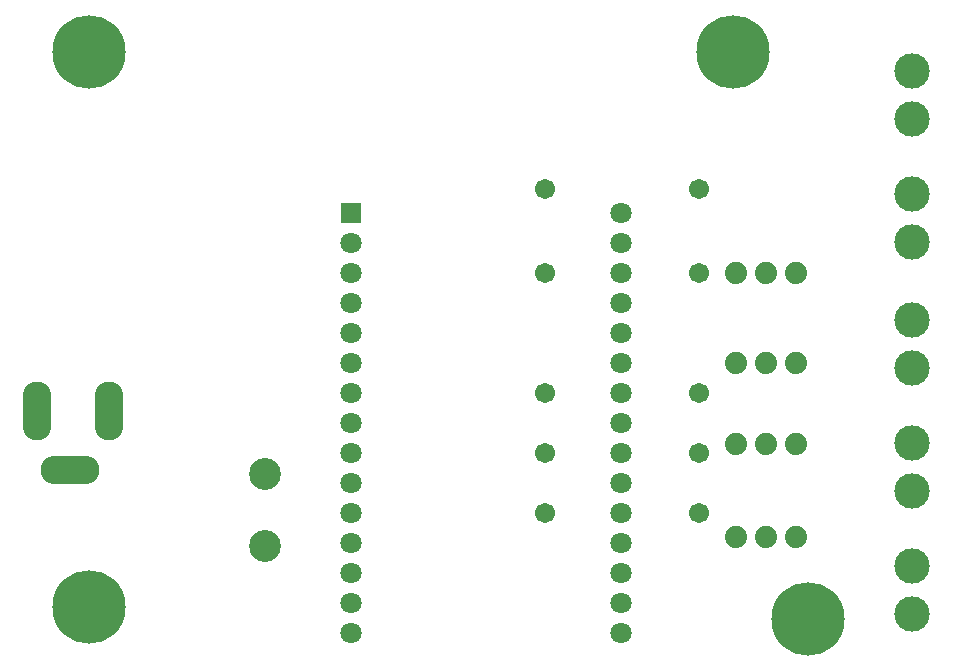
<source format=gbs>
G04 Layer_Color=16711935*
%FSLAX44Y44*%
%MOMM*%
G71*
G01*
G75*
%ADD16C,3.0000*%
%ADD25C,1.8032*%
%ADD26R,1.8032X1.8032*%
%ADD27C,1.7032*%
%ADD28O,2.4032X5.0032*%
%ADD29O,5.0032X2.4032*%
%ADD30C,2.7032*%
%ADD31C,1.8796*%
%ADD32C,6.2032*%
D16*
X1095880Y333340D02*
D03*
Y373980D02*
D03*
Y437480D02*
D03*
Y478120D02*
D03*
Y541620D02*
D03*
Y582260D02*
D03*
Y648300D02*
D03*
Y688940D02*
D03*
Y752440D02*
D03*
Y793080D02*
D03*
D25*
X620350Y317500D02*
D03*
Y342900D02*
D03*
Y368300D02*
D03*
Y393700D02*
D03*
Y419100D02*
D03*
Y444500D02*
D03*
Y469900D02*
D03*
Y495300D02*
D03*
Y520700D02*
D03*
Y546100D02*
D03*
Y571500D02*
D03*
Y596900D02*
D03*
Y622300D02*
D03*
Y647700D02*
D03*
X848950Y419100D02*
D03*
Y393700D02*
D03*
Y368300D02*
D03*
Y342900D02*
D03*
Y317500D02*
D03*
Y444500D02*
D03*
Y469900D02*
D03*
Y495300D02*
D03*
Y520700D02*
D03*
Y546100D02*
D03*
Y571500D02*
D03*
Y596900D02*
D03*
Y622300D02*
D03*
Y647700D02*
D03*
Y673100D02*
D03*
D26*
X620350Y673100D02*
D03*
D27*
X784900Y418700D02*
D03*
Y469500D02*
D03*
Y520300D02*
D03*
Y621900D02*
D03*
Y693020D02*
D03*
X914900Y621900D02*
D03*
Y693020D02*
D03*
Y520300D02*
D03*
Y469500D02*
D03*
Y418700D02*
D03*
D28*
X415560Y505060D02*
D03*
X354600D02*
D03*
D29*
X382540Y455530D02*
D03*
D30*
X547320Y391160D02*
D03*
X547960Y451500D02*
D03*
D31*
X946420Y398380D02*
D03*
X971820D02*
D03*
X997220D02*
D03*
Y477120D02*
D03*
X971820D02*
D03*
X946420D02*
D03*
X997220Y545700D02*
D03*
X971820D02*
D03*
X946420D02*
D03*
X997220Y621900D02*
D03*
X971820D02*
D03*
X946420D02*
D03*
D32*
X399000Y339000D02*
D03*
Y809000D02*
D03*
X943880D02*
D03*
X1007520Y328840D02*
D03*
M02*

</source>
